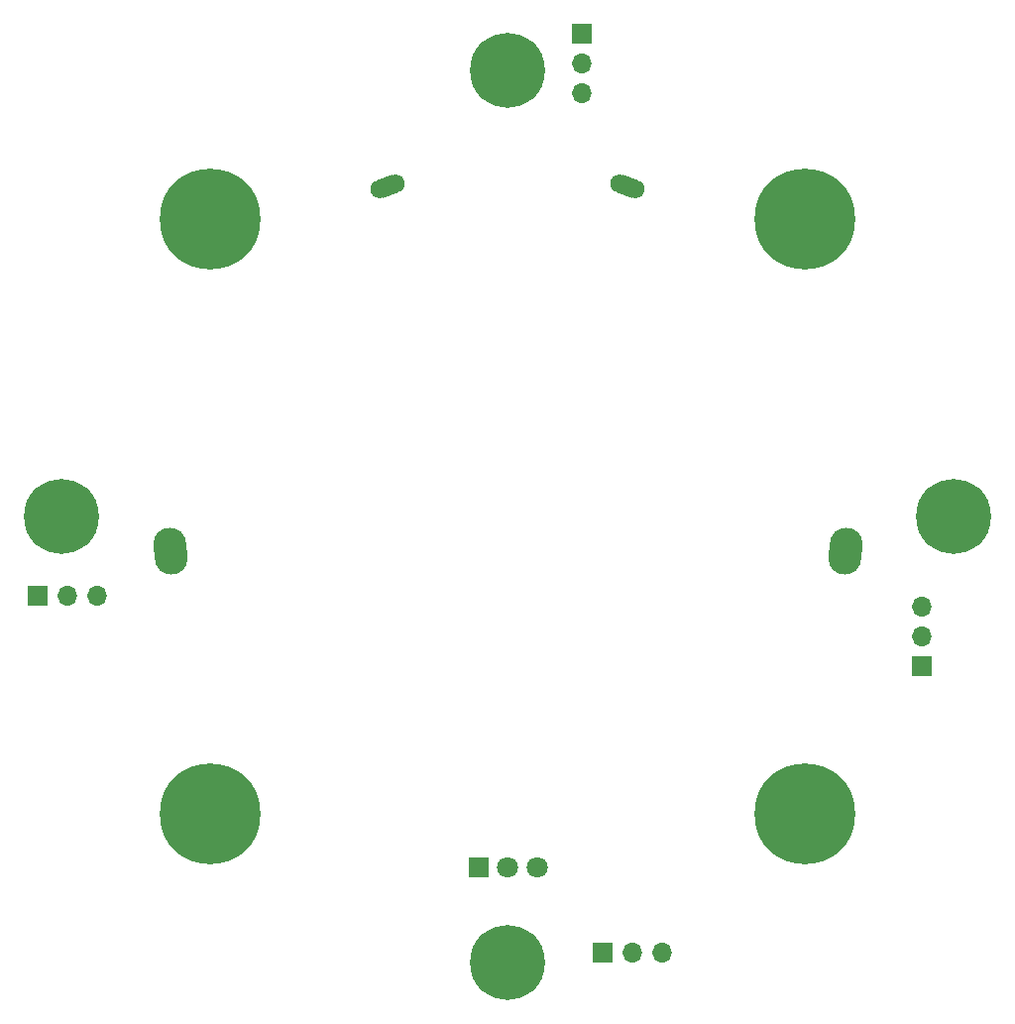
<source format=gbr>
%TF.GenerationSoftware,KiCad,Pcbnew,(6.0.5-0)*%
%TF.CreationDate,2023-02-12T17:03:44-08:00*%
%TF.ProjectId,scratch,73637261-7463-4682-9e6b-696361645f70,rev?*%
%TF.SameCoordinates,Original*%
%TF.FileFunction,Soldermask,Bot*%
%TF.FilePolarity,Negative*%
%FSLAX46Y46*%
G04 Gerber Fmt 4.6, Leading zero omitted, Abs format (unit mm)*
G04 Created by KiCad (PCBNEW (6.0.5-0)) date 2023-02-12 17:03:44*
%MOMM*%
%LPD*%
G01*
G04 APERTURE LIST*
G04 Aperture macros list*
%AMHorizOval*
0 Thick line with rounded ends*
0 $1 width*
0 $2 $3 position (X,Y) of the first rounded end (center of the circle)*
0 $4 $5 position (X,Y) of the second rounded end (center of the circle)*
0 Add line between two ends*
20,1,$1,$2,$3,$4,$5,0*
0 Add two circle primitives to create the rounded ends*
1,1,$1,$2,$3*
1,1,$1,$4,$5*%
G04 Aperture macros list end*
%ADD10R,1.700000X1.700000*%
%ADD11O,1.700000X1.700000*%
%ADD12C,8.600000*%
%ADD13C,0.900000*%
%ADD14C,0.800000*%
%ADD15C,6.400000*%
%ADD16HorizOval,2.800000X-0.062717X0.596713X0.062717X-0.596713X0*%
%ADD17HorizOval,1.600000X0.657785X0.239414X-0.657785X-0.239414X0*%
%ADD18HorizOval,1.600000X0.657785X-0.239414X-0.657785X0.239414X0*%
%ADD19HorizOval,2.800000X0.062717X0.596713X-0.062717X-0.596713X0*%
%ADD20R,1.800000X1.800000*%
%ADD21C,1.800000*%
G04 APERTURE END LIST*
D10*
%TO.C,REF\u002A\u002A*%
X90831000Y-108298000D03*
D11*
X93371000Y-108298000D03*
X95911000Y-108298000D03*
%TD*%
D10*
%TO.C,REF\u002A\u002A*%
X137331000Y-60298000D03*
D11*
X137331000Y-62838000D03*
X137331000Y-65378000D03*
%TD*%
D10*
%TO.C,REF\u002A\u002A*%
X166331000Y-114298000D03*
D11*
X166331000Y-111758000D03*
X166331000Y-109218000D03*
%TD*%
D10*
%TO.C,REF\u002A\u002A*%
X139081000Y-138798000D03*
D11*
X141621000Y-138798000D03*
X144161000Y-138798000D03*
%TD*%
D12*
%TO.C,REF\u002A\u002A*%
X105581000Y-126898000D03*
D13*
X105581000Y-130123000D03*
X103300581Y-129178419D03*
X107861419Y-124617581D03*
X107861419Y-129178419D03*
X102356000Y-126898000D03*
X103300581Y-124617581D03*
X105581000Y-123673000D03*
X108806000Y-126898000D03*
%TD*%
D12*
%TO.C,REF\u002A\u002A*%
X156381000Y-126898000D03*
D13*
X156381000Y-130123000D03*
X154100581Y-129178419D03*
X158661419Y-124617581D03*
X158661419Y-129178419D03*
X153156000Y-126898000D03*
X154100581Y-124617581D03*
X156381000Y-123673000D03*
X159606000Y-126898000D03*
%TD*%
D12*
%TO.C,REF\u002A\u002A*%
X156381000Y-76098000D03*
D13*
X156381000Y-79323000D03*
X154100581Y-78378419D03*
X158661419Y-73817581D03*
X158661419Y-78378419D03*
X153156000Y-76098000D03*
X154100581Y-73817581D03*
X156381000Y-72873000D03*
X159606000Y-76098000D03*
%TD*%
D12*
%TO.C,REF\u002A\u002A*%
X105581000Y-76098000D03*
D13*
X105581000Y-79323000D03*
X103300581Y-78378419D03*
X107861419Y-73817581D03*
X107861419Y-78378419D03*
X102356000Y-76098000D03*
X103300581Y-73817581D03*
X105581000Y-72873000D03*
X108806000Y-76098000D03*
%TD*%
D14*
%TO.C,REF\u002A\u002A*%
X92881000Y-99098000D03*
X94578056Y-103195056D03*
X94578056Y-99800944D03*
X95281000Y-101498000D03*
D15*
X92881000Y-101498000D03*
D14*
X92881000Y-103898000D03*
X91183944Y-99800944D03*
X91183944Y-103195056D03*
X90481000Y-101498000D03*
%TD*%
%TO.C,REF\u002A\u002A*%
X169081000Y-99098000D03*
X170778056Y-103195056D03*
X170778056Y-99800944D03*
X171481000Y-101498000D03*
D15*
X169081000Y-101498000D03*
D14*
X169081000Y-103898000D03*
X167383944Y-99800944D03*
X167383944Y-103195056D03*
X166681000Y-101498000D03*
%TD*%
%TO.C,REF\u002A\u002A*%
X130981000Y-137198000D03*
X132678056Y-141295056D03*
X132678056Y-137900944D03*
X133381000Y-139598000D03*
D15*
X130981000Y-139598000D03*
D14*
X130981000Y-141998000D03*
X129283944Y-137900944D03*
X129283944Y-141295056D03*
X128581000Y-139598000D03*
%TD*%
%TO.C,REF\u002A\u002A*%
X130981000Y-60998000D03*
X132678056Y-65095056D03*
X132678056Y-61700944D03*
X133381000Y-63398000D03*
D15*
X130981000Y-63398000D03*
D14*
X130981000Y-65798000D03*
X129283944Y-61700944D03*
X129283944Y-65095056D03*
X128581000Y-63398000D03*
%TD*%
D16*
%TO.C,REF\u002A\u002A*%
X102139865Y-104529325D03*
D17*
X120720396Y-73307221D03*
D18*
X141241604Y-73307221D03*
D19*
X159822135Y-104529325D03*
D20*
X128481000Y-131498000D03*
D21*
X133481000Y-131498000D03*
X130981000Y-131498000D03*
%TD*%
M02*

</source>
